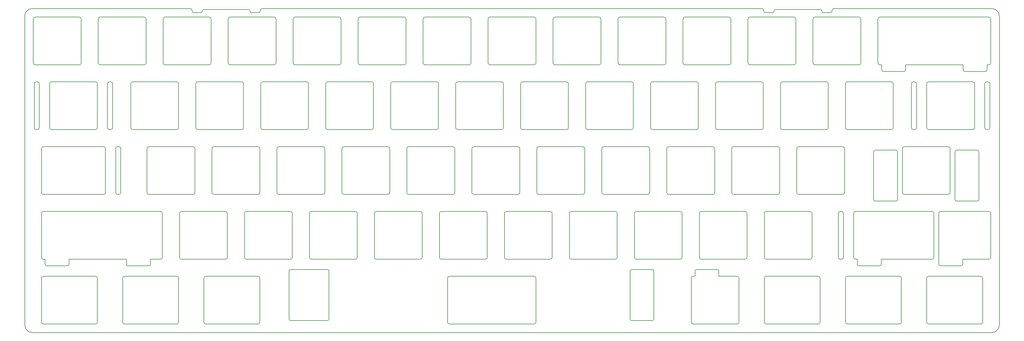
<source format=gbr>
%TF.GenerationSoftware,KiCad,Pcbnew,(5.1.11)-1*%
%TF.CreationDate,2022-09-03T23:45:10+07:00*%
%TF.ProjectId,Plate,506c6174-652e-46b6-9963-61645f706362,rev?*%
%TF.SameCoordinates,Original*%
%TF.FileFunction,Profile,NP*%
%FSLAX46Y46*%
G04 Gerber Fmt 4.6, Leading zero omitted, Abs format (unit mm)*
G04 Created by KiCad (PCBNEW (5.1.11)-1) date 2022-09-03 23:45:10*
%MOMM*%
%LPD*%
G01*
G04 APERTURE LIST*
%TA.AperFunction,Profile*%
%ADD10C,0.200000*%
%TD*%
G04 APERTURE END LIST*
D10*
X4287500Y-22075000D02*
X4287499Y-35075000D01*
X2787500Y-35075000D02*
X2787500Y-22074999D01*
X2787500Y-22075000D02*
G75*
G02*
X3287500Y-21575000I500000J0D01*
G01*
X3787500Y-35575000D02*
X3287500Y-35575000D01*
X3287500Y-35575000D02*
G75*
G02*
X2787500Y-35075000I0J500000D01*
G01*
X3787500Y-21575000D02*
G75*
G02*
X4287500Y-22075000I0J-500000D01*
G01*
X3287500Y-21575000D02*
X3787500Y-21575000D01*
X4287499Y-35074999D02*
G75*
G02*
X3787500Y-35575000I-500000J-1D01*
G01*
X1Y-2249999D02*
G75*
G02*
X2250000Y0I2249999J0D01*
G01*
X48550000Y0D02*
X2250000Y0D01*
X48550000Y1D02*
G75*
G02*
X49050000Y-499999I0J-500000D01*
G01*
X49050000Y-749999D02*
X49050000Y-499999D01*
X49550000Y-1249999D02*
G75*
G02*
X49050000Y-749999I0J500000D01*
G01*
X51550000Y-1249999D02*
X49550000Y-1249999D01*
X52050000Y-749999D02*
G75*
G02*
X51550000Y-1249999I-500000J0D01*
G01*
X52050000Y-749999D02*
G75*
G02*
X52550000Y-249999I500000J0D01*
G01*
X65550000Y-249999D02*
X52550000Y-249999D01*
X65550000Y-249999D02*
G75*
G02*
X66050000Y-749999I0J-500000D01*
G01*
X66550000Y-1249999D02*
G75*
G02*
X66050000Y-749999I0J500000D01*
G01*
X68550000Y-1249999D02*
X66550000Y-1249999D01*
X69050000Y-749999D02*
G75*
G02*
X68550000Y-1249999I-500000J0D01*
G01*
X69050000Y-499999D02*
X69050000Y-749999D01*
X69050001Y-499999D02*
G75*
G02*
X69550000Y0I499999J0D01*
G01*
X216200000Y0D02*
X69550000Y0D01*
X216200000Y1D02*
G75*
G02*
X216700000Y-499999I0J-500000D01*
G01*
X216700000Y-749999D02*
X216700000Y-499999D01*
X217200000Y-1249999D02*
G75*
G02*
X216700000Y-749999I0J500000D01*
G01*
X219200000Y-1249999D02*
X217200000Y-1249999D01*
X219700000Y-749999D02*
G75*
G02*
X219200000Y-1249999I-500000J0D01*
G01*
X219700000Y-749999D02*
G75*
G02*
X220200000Y-249999I500000J0D01*
G01*
X233200000Y-249999D02*
X220200000Y-249999D01*
X233200000Y-249999D02*
G75*
G02*
X233700000Y-749999I0J-500000D01*
G01*
X234200000Y-1249999D02*
G75*
G02*
X233700000Y-749999I0J500000D01*
G01*
X236200000Y-1249999D02*
X234200000Y-1249999D01*
X236700000Y-749999D02*
G75*
G02*
X236200000Y-1249999I-500000J0D01*
G01*
X236700000Y-499999D02*
X236700000Y-749999D01*
X236700001Y-499999D02*
G75*
G02*
X237200000Y0I499999J0D01*
G01*
X283500000Y0D02*
X237200000Y0D01*
X283500000Y1D02*
G75*
G02*
X285750000Y-2249999I0J-2250000D01*
G01*
X285750000Y-92999999D02*
X285750000Y-2249999D01*
X285750000Y-92999999D02*
G75*
G02*
X283500000Y-95249999I-2250000J0D01*
G01*
X2250000Y-95249999D02*
X283500000Y-95249999D01*
X2250000Y-95249999D02*
G75*
G02*
X0Y-92999999I0J2250000D01*
G01*
X0Y-2249999D02*
X0Y-92999999D01*
X195406250Y-79225000D02*
G75*
G02*
X195906250Y-78725000I500000J0D01*
G01*
X195406250Y-92225000D02*
X195406250Y-79225000D01*
X195906250Y-92725000D02*
G75*
G02*
X195406250Y-92225000I0J500000D01*
G01*
X208906250Y-92725000D02*
X195906250Y-92725000D01*
X209406250Y-92225000D02*
G75*
G02*
X208906250Y-92725000I-500000J0D01*
G01*
X209406250Y-79225000D02*
X209406250Y-92225000D01*
X208906250Y-78725000D02*
G75*
G02*
X209406250Y-79225000I0J-500000D01*
G01*
X203525000Y-78725000D02*
X208906250Y-78725000D01*
X203525000Y-77225000D02*
X203525000Y-78725000D01*
X203025000Y-76725000D02*
G75*
G02*
X203525000Y-77225000I0J-500000D01*
G01*
X197025000Y-76725000D02*
X203025000Y-76725000D01*
X196525000Y-77225000D02*
G75*
G02*
X197025000Y-76725000I500000J0D01*
G01*
X196525000Y-78725000D02*
X196525000Y-77225000D01*
X195906250Y-78725000D02*
X196525000Y-78725000D01*
X177968750Y-91725000D02*
G75*
G02*
X177468750Y-91225000I0J500000D01*
G01*
X183968750Y-91725000D02*
X177968750Y-91725000D01*
X184468750Y-91225000D02*
G75*
G02*
X183968750Y-91725000I-500000J0D01*
G01*
X184468750Y-77225000D02*
X184468750Y-91225000D01*
X183968750Y-76725000D02*
G75*
G02*
X184468750Y-77225000I0J-500000D01*
G01*
X177968750Y-76725000D02*
X183968750Y-76725000D01*
X177468750Y-77225000D02*
G75*
G02*
X177968750Y-76725000I500000J0D01*
G01*
X177468750Y-91225000D02*
X177468750Y-77225000D01*
X89225000Y-91225000D02*
G75*
G02*
X88725000Y-91725000I-500000J0D01*
G01*
X89225000Y-77225000D02*
X89225000Y-91225000D01*
X88725000Y-76725000D02*
G75*
G02*
X89225000Y-77225000I0J-500000D01*
G01*
X77968750Y-76725000D02*
X88725000Y-76725000D01*
X77468750Y-77225000D02*
G75*
G02*
X77968750Y-76725000I500000J0D01*
G01*
X77468750Y-91225000D02*
X77468750Y-77225000D01*
X77968750Y-91725000D02*
G75*
G02*
X77468750Y-91225000I0J500000D01*
G01*
X88725000Y-91725000D02*
X77968750Y-91725000D01*
X173975000Y-3024999D02*
G75*
G02*
X174475000Y-2524999I500000J0D01*
G01*
X173975000Y-16024999D02*
X173975000Y-3025000D01*
X174474999Y-16525000D02*
G75*
G02*
X173975000Y-16024999I1J500000D01*
G01*
X187475000Y-16525000D02*
X174475000Y-16525000D01*
X187975001Y-16024999D02*
G75*
G02*
X187475000Y-16525000I-500001J0D01*
G01*
X187975000Y-3025000D02*
X187975000Y-16024999D01*
X187475001Y-2524999D02*
G75*
G02*
X187975000Y-3025000I-1J-500000D01*
G01*
X174475000Y-2524999D02*
X187475000Y-2524999D01*
X212075000Y-3024999D02*
G75*
G02*
X212575000Y-2524999I500000J0D01*
G01*
X212075000Y-16024999D02*
X212075000Y-3025000D01*
X212574999Y-16525000D02*
G75*
G02*
X212075000Y-16024999I1J500000D01*
G01*
X225575000Y-16525000D02*
X212575000Y-16525000D01*
X226075001Y-16024999D02*
G75*
G02*
X225575000Y-16525000I-500001J0D01*
G01*
X226075000Y-3025000D02*
X226075000Y-16024999D01*
X225575001Y-2524999D02*
G75*
G02*
X226075000Y-3025000I-1J-500000D01*
G01*
X212575000Y-2524999D02*
X225575000Y-2524999D01*
X7287500Y-22075000D02*
G75*
G02*
X7787500Y-21575000I500000J0D01*
G01*
X7287500Y-35075000D02*
X7287500Y-22074999D01*
X7787500Y-35575000D02*
G75*
G02*
X7287500Y-35075000I0J500000D01*
G01*
X20787500Y-35575000D02*
X7787500Y-35575000D01*
X21287500Y-35075000D02*
G75*
G02*
X20787500Y-35575000I-500000J0D01*
G01*
X21287500Y-22075000D02*
X21287500Y-35075000D01*
X20787500Y-21575000D02*
G75*
G02*
X21287500Y-22075000I0J-500000D01*
G01*
X7787500Y-21575000D02*
X20787500Y-21575000D01*
X193025000Y-3024999D02*
G75*
G02*
X193525000Y-2524999I500000J0D01*
G01*
X193025000Y-16024999D02*
X193025000Y-3025000D01*
X193524999Y-16525000D02*
G75*
G02*
X193025000Y-16024999I1J500000D01*
G01*
X206525000Y-16525000D02*
X193525000Y-16525000D01*
X207025001Y-16024999D02*
G75*
G02*
X206525000Y-16525000I-500001J0D01*
G01*
X207025000Y-3025000D02*
X207025000Y-16024999D01*
X206525001Y-2524999D02*
G75*
G02*
X207025000Y-3025000I-1J-500000D01*
G01*
X193525000Y-2524999D02*
X206525000Y-2524999D01*
X231125000Y-3024999D02*
G75*
G02*
X231625000Y-2524999I500000J0D01*
G01*
X231125000Y-16024999D02*
X231125000Y-3025000D01*
X231624999Y-16525000D02*
G75*
G02*
X231125000Y-16024999I1J500000D01*
G01*
X244625000Y-16525000D02*
X231625000Y-16525000D01*
X245125001Y-16024999D02*
G75*
G02*
X244625000Y-16525000I-500001J0D01*
G01*
X245125000Y-3025000D02*
X245125000Y-16024999D01*
X244625001Y-2524999D02*
G75*
G02*
X245125000Y-3025000I-1J-500000D01*
G01*
X231625000Y-2524999D02*
X244625000Y-2524999D01*
X282725001Y-2524999D02*
G75*
G02*
X283225000Y-3025000I-1J-500000D01*
G01*
X250675000Y-2525000D02*
X282725000Y-2524999D01*
X250175000Y-3025000D02*
G75*
G02*
X250675000Y-2525000I500000J0D01*
G01*
X250175000Y-16024999D02*
X250175000Y-3025000D01*
X250674999Y-16525000D02*
G75*
G02*
X250175000Y-16024999I1J500000D01*
G01*
X251262000Y-16524999D02*
X250675000Y-16525000D01*
X251262000Y-18025000D02*
X251262000Y-16524999D01*
X251762000Y-18525000D02*
G75*
G02*
X251262000Y-18025000I0J500000D01*
G01*
X257762000Y-18525000D02*
X251762000Y-18525000D01*
X258262000Y-18025000D02*
G75*
G02*
X257762000Y-18525000I-500000J0D01*
G01*
X258262000Y-16524999D02*
X258262000Y-18025000D01*
X275138000Y-16524999D02*
X258262000Y-16524999D01*
X275138000Y-18025000D02*
X275138000Y-16524999D01*
X275638001Y-18524999D02*
G75*
G02*
X275138000Y-18025000I-1J500000D01*
G01*
X281638000Y-18525000D02*
X275638000Y-18525000D01*
X282138000Y-18025000D02*
G75*
G02*
X281638000Y-18525000I-500000J0D01*
G01*
X282138000Y-16524999D02*
X282138000Y-18025000D01*
X282725000Y-16525000D02*
X282138000Y-16524999D01*
X283225001Y-16024999D02*
G75*
G02*
X282725000Y-16525000I-500001J0D01*
G01*
X283225000Y-3025000D02*
X283225000Y-16024999D01*
X154925000Y-3024999D02*
G75*
G02*
X155425000Y-2524999I500000J0D01*
G01*
X154925000Y-16024999D02*
X154925000Y-3025000D01*
X155424999Y-16525000D02*
G75*
G02*
X154925000Y-16024999I1J500000D01*
G01*
X168425000Y-16525000D02*
X155425000Y-16525000D01*
X168925001Y-16024999D02*
G75*
G02*
X168425000Y-16525000I-500001J0D01*
G01*
X168925000Y-3025000D02*
X168925000Y-16024999D01*
X168425001Y-2524999D02*
G75*
G02*
X168925000Y-3025000I-1J-500000D01*
G01*
X155425000Y-2524999D02*
X168425000Y-2524999D01*
X135875000Y-3024999D02*
G75*
G02*
X136375000Y-2524999I500000J0D01*
G01*
X135875000Y-16024999D02*
X135875000Y-3025000D01*
X136374999Y-16525000D02*
G75*
G02*
X135875000Y-16024999I1J500000D01*
G01*
X149375000Y-16525000D02*
X136375000Y-16525000D01*
X149875001Y-16024999D02*
G75*
G02*
X149375000Y-16525000I-500001J0D01*
G01*
X149875000Y-3025000D02*
X149875000Y-16024999D01*
X149375001Y-2524999D02*
G75*
G02*
X149875000Y-3025000I-1J-500000D01*
G01*
X136375000Y-2524999D02*
X149375000Y-2524999D01*
X116825000Y-3024999D02*
G75*
G02*
X117325000Y-2524999I500000J0D01*
G01*
X116825000Y-16024999D02*
X116825000Y-3025000D01*
X117324999Y-16525000D02*
G75*
G02*
X116825000Y-16024999I1J500000D01*
G01*
X130324999Y-16525000D02*
X117325000Y-16525000D01*
X130825000Y-16024999D02*
G75*
G02*
X130324999Y-16525000I-500001J0D01*
G01*
X130824999Y-3025000D02*
X130824999Y-16024999D01*
X130325000Y-2524999D02*
G75*
G02*
X130824999Y-3025000I-1J-500000D01*
G01*
X117325000Y-2524999D02*
X130324999Y-2524999D01*
X97775000Y-3024999D02*
G75*
G02*
X98275000Y-2524999I500000J0D01*
G01*
X97775000Y-16024999D02*
X97775000Y-3025000D01*
X98274999Y-16525000D02*
G75*
G02*
X97775000Y-16024999I1J500000D01*
G01*
X111275000Y-16525000D02*
X98275000Y-16525000D01*
X111775001Y-16024999D02*
G75*
G02*
X111275000Y-16525000I-500001J0D01*
G01*
X111775000Y-3025000D02*
X111775000Y-16024999D01*
X111275000Y-2525000D02*
G75*
G02*
X111775000Y-3025000I0J-500000D01*
G01*
X98275000Y-2524999D02*
X111275000Y-2524999D01*
X40624999Y-3025000D02*
G75*
G02*
X41125000Y-2524999I500001J0D01*
G01*
X40625000Y-16024999D02*
X40624999Y-3025000D01*
X41125000Y-16524999D02*
G75*
G02*
X40625000Y-16024999I0J500000D01*
G01*
X54125000Y-16525000D02*
X41125000Y-16524999D01*
X54625000Y-16025000D02*
G75*
G02*
X54125000Y-16525000I-500000J0D01*
G01*
X54625000Y-3025000D02*
X54625000Y-16024999D01*
X54125001Y-2524999D02*
G75*
G02*
X54625000Y-3025000I-1J-500000D01*
G01*
X41125000Y-2524999D02*
X54125000Y-2525000D01*
X78725000Y-3024999D02*
G75*
G02*
X79225000Y-2524999I500000J0D01*
G01*
X78725000Y-16024999D02*
X78725000Y-3025000D01*
X79225000Y-16524999D02*
G75*
G02*
X78725000Y-16024999I0J500000D01*
G01*
X92225000Y-16525000D02*
X79225000Y-16524999D01*
X92725001Y-16024999D02*
G75*
G02*
X92225000Y-16525000I-500001J0D01*
G01*
X92725000Y-3025000D02*
X92725000Y-16024999D01*
X92225000Y-2525000D02*
G75*
G02*
X92725000Y-3025000I0J-500000D01*
G01*
X79225000Y-2524999D02*
X92225000Y-2524999D01*
X59675000Y-3024999D02*
G75*
G02*
X60175000Y-2524999I500000J0D01*
G01*
X59675000Y-16024999D02*
X59675000Y-3025000D01*
X60174999Y-16525000D02*
G75*
G02*
X59675000Y-16024999I1J500000D01*
G01*
X73175000Y-16525000D02*
X60175000Y-16524999D01*
X73675001Y-16024999D02*
G75*
G02*
X73175000Y-16525000I-500001J0D01*
G01*
X73675000Y-3025000D02*
X73675000Y-16024999D01*
X73175000Y-2525000D02*
G75*
G02*
X73675000Y-3025000I0J-500000D01*
G01*
X60175000Y-2524999D02*
X73175000Y-2525000D01*
X21575000Y-3024999D02*
G75*
G02*
X22075000Y-2524999I500000J0D01*
G01*
X21575000Y-16024999D02*
X21574999Y-3025000D01*
X22075000Y-16524999D02*
G75*
G02*
X21575000Y-16024999I0J500000D01*
G01*
X35075000Y-16525000D02*
X22075000Y-16524999D01*
X35575001Y-16024999D02*
G75*
G02*
X35075000Y-16525000I-500001J0D01*
G01*
X35575000Y-3025000D02*
X35575000Y-16024999D01*
X35075000Y-2525000D02*
G75*
G02*
X35575000Y-3025000I0J-500000D01*
G01*
X22075000Y-2524999D02*
X35075000Y-2525000D01*
X102537500Y-60175000D02*
G75*
G02*
X103037500Y-59675000I500000J0D01*
G01*
X102537500Y-73175000D02*
X102537500Y-60175000D01*
X103037500Y-73675000D02*
G75*
G02*
X102537500Y-73175000I0J500000D01*
G01*
X116037500Y-73675000D02*
X103037500Y-73675000D01*
X116537500Y-73175000D02*
G75*
G02*
X116037500Y-73675000I-500000J0D01*
G01*
X116537500Y-60175000D02*
X116537500Y-73175000D01*
X116037500Y-59675000D02*
G75*
G02*
X116537500Y-60175000I0J-500000D01*
G01*
X103037500Y-59675000D02*
X116037500Y-59675000D01*
X2524999Y-3025000D02*
G75*
G02*
X3025000Y-2524999I500001J0D01*
G01*
X2525000Y-16024999D02*
X2524999Y-3025000D01*
X3025000Y-16524999D02*
G75*
G02*
X2525000Y-16024999I0J500000D01*
G01*
X16024999Y-16525000D02*
X3025000Y-16525000D01*
X16525000Y-16024999D02*
G75*
G02*
X16024999Y-16525000I-500001J0D01*
G01*
X16525000Y-3025000D02*
X16525000Y-16024999D01*
X16024999Y-2524999D02*
G75*
G02*
X16525000Y-3025000I0J-500001D01*
G01*
X3025000Y-2524999D02*
X16024999Y-2524999D01*
X178737500Y-60175000D02*
G75*
G02*
X179237500Y-59675000I500000J0D01*
G01*
X178737500Y-73175000D02*
X178737500Y-60175000D01*
X179237500Y-73675000D02*
G75*
G02*
X178737500Y-73175000I0J500000D01*
G01*
X192237500Y-73675000D02*
X179237500Y-73675000D01*
X192737501Y-73174999D02*
G75*
G02*
X192237500Y-73675000I-500001J0D01*
G01*
X192737500Y-60175000D02*
X192737500Y-73175000D01*
X192237500Y-59675000D02*
G75*
G02*
X192737500Y-60175000I0J-500000D01*
G01*
X179237500Y-59675000D02*
X192237500Y-59675000D01*
X64437500Y-60175000D02*
G75*
G02*
X64937500Y-59675000I500000J0D01*
G01*
X64437500Y-73175000D02*
X64437500Y-60175000D01*
X64937500Y-73675000D02*
G75*
G02*
X64437500Y-73175000I0J500000D01*
G01*
X77937500Y-73675000D02*
X64937500Y-73675000D01*
X78437500Y-73175000D02*
G75*
G02*
X77937500Y-73675000I-500000J0D01*
G01*
X78437500Y-60175000D02*
X78437500Y-73175000D01*
X77937500Y-59675000D02*
G75*
G02*
X78437500Y-60175000I0J-500000D01*
G01*
X64937500Y-59675000D02*
X77937500Y-59675000D01*
X140637500Y-60175000D02*
G75*
G02*
X141137500Y-59675000I500000J0D01*
G01*
X140637500Y-73175000D02*
X140637500Y-60175000D01*
X141137500Y-73675000D02*
G75*
G02*
X140637500Y-73175000I0J500000D01*
G01*
X154137500Y-73675000D02*
X141137500Y-73675000D01*
X154637501Y-73174999D02*
G75*
G02*
X154137500Y-73675000I-500001J0D01*
G01*
X154637500Y-60175000D02*
X154637500Y-73175000D01*
X154137500Y-59675000D02*
G75*
G02*
X154637500Y-60175000I0J-500000D01*
G01*
X141137500Y-59675000D02*
X154137500Y-59675000D01*
X58887500Y-59675000D02*
G75*
G02*
X59387500Y-60175000I0J-500000D01*
G01*
X45887500Y-59675000D02*
X58887500Y-59675000D01*
X45387500Y-60175000D02*
G75*
G02*
X45887500Y-59675000I500000J0D01*
G01*
X45387500Y-73175000D02*
X45387500Y-60175000D01*
X45887500Y-73675000D02*
G75*
G02*
X45387500Y-73175000I0J500000D01*
G01*
X58887500Y-73675000D02*
X45887500Y-73675000D01*
X59387500Y-73175000D02*
G75*
G02*
X58887500Y-73675000I-500000J0D01*
G01*
X59387500Y-60175000D02*
X59387500Y-73175000D01*
X159687500Y-60175000D02*
G75*
G02*
X160187500Y-59675000I500000J0D01*
G01*
X159687500Y-73175000D02*
X159687500Y-60175000D01*
X160187500Y-73675000D02*
G75*
G02*
X159687500Y-73175000I0J500000D01*
G01*
X173187500Y-73675000D02*
X160187500Y-73675000D01*
X173687501Y-73174999D02*
G75*
G02*
X173187500Y-73675000I-500001J0D01*
G01*
X173687500Y-60175000D02*
X173687500Y-73175000D01*
X173187500Y-59675000D02*
G75*
G02*
X173687500Y-60175000I0J-500000D01*
G01*
X160187500Y-59675000D02*
X173187500Y-59675000D01*
X121587500Y-60175000D02*
G75*
G02*
X122087500Y-59675000I500000J0D01*
G01*
X121587500Y-73175000D02*
X121587500Y-60175000D01*
X122087500Y-73675000D02*
G75*
G02*
X121587500Y-73175000I0J500000D01*
G01*
X135087500Y-73675000D02*
X122087500Y-73675000D01*
X135587500Y-73175000D02*
G75*
G02*
X135087500Y-73675000I-500000J0D01*
G01*
X135587500Y-60175000D02*
X135587500Y-73175000D01*
X135087500Y-59675000D02*
G75*
G02*
X135587500Y-60175000I0J-500000D01*
G01*
X122087500Y-59675000D02*
X135087500Y-59675000D01*
X197787500Y-60175000D02*
G75*
G02*
X198287500Y-59675000I500000J0D01*
G01*
X197787500Y-73175000D02*
X197787500Y-60175000D01*
X198287500Y-73675000D02*
G75*
G02*
X197787500Y-73175000I0J500000D01*
G01*
X211287500Y-73675000D02*
X198287500Y-73675000D01*
X211787501Y-73174999D02*
G75*
G02*
X211287500Y-73675000I-500001J0D01*
G01*
X211787500Y-60175000D02*
X211787500Y-73175000D01*
X211287500Y-59675000D02*
G75*
G02*
X211787500Y-60175000I0J-500000D01*
G01*
X198287500Y-59675000D02*
X211287500Y-59675000D01*
X83487499Y-60174999D02*
G75*
G02*
X83987500Y-59675000I500000J-1D01*
G01*
X83487499Y-73175000D02*
X83487499Y-60175000D01*
X83987500Y-73675001D02*
G75*
G02*
X83487499Y-73175000I0J500001D01*
G01*
X96987500Y-73675000D02*
X83987500Y-73675000D01*
X97487500Y-73175000D02*
G75*
G02*
X96987500Y-73675000I-500000J0D01*
G01*
X97487500Y-60175000D02*
X97487500Y-73175000D01*
X96987500Y-59675000D02*
G75*
G02*
X97487500Y-60175000I0J-500000D01*
G01*
X83987500Y-59675000D02*
X96987500Y-59675000D01*
X216837500Y-60175000D02*
G75*
G02*
X217337500Y-59675000I500000J0D01*
G01*
X216837500Y-73175000D02*
X216837500Y-60175000D01*
X217337500Y-73675000D02*
G75*
G02*
X216837500Y-73175000I0J500000D01*
G01*
X230337500Y-73675000D02*
X217337500Y-73675000D01*
X230837501Y-73174999D02*
G75*
G02*
X230337500Y-73675000I-500001J0D01*
G01*
X230837500Y-60175000D02*
X230837500Y-73175000D01*
X230337500Y-59675000D02*
G75*
G02*
X230837500Y-60175000I0J-500000D01*
G01*
X217337500Y-59675000D02*
X230337500Y-59675000D01*
X280843750Y-92225000D02*
G75*
G02*
X280343750Y-92725000I-500000J0D01*
G01*
X280843750Y-79225000D02*
X280843750Y-92225000D01*
X280343750Y-78725000D02*
G75*
G02*
X280843750Y-79225000I0J-500000D01*
G01*
X264962499Y-78725000D02*
X280343750Y-78725000D01*
X264462499Y-79225000D02*
G75*
G02*
X264962499Y-78725000I500000J0D01*
G01*
X264462499Y-92225000D02*
X264462499Y-79225000D01*
X264962499Y-92725000D02*
G75*
G02*
X264462499Y-92225000I0J500000D01*
G01*
X280343750Y-92725000D02*
X264962499Y-92725000D01*
X149375000Y-78725000D02*
G75*
G02*
X149875000Y-79225000I0J-500000D01*
G01*
X124468750Y-78725000D02*
X149375000Y-78725000D01*
X123968750Y-79225000D02*
G75*
G02*
X124468750Y-78725000I500000J0D01*
G01*
X123968750Y-92225000D02*
X123968750Y-79225000D01*
X124468750Y-92725000D02*
G75*
G02*
X123968750Y-92225000I0J500000D01*
G01*
X149375000Y-92725000D02*
X124468750Y-92725000D01*
X149875000Y-92225000D02*
G75*
G02*
X149375000Y-92725000I-500000J0D01*
G01*
X149875000Y-79225000D02*
X149875000Y-92225000D01*
X256531250Y-78725000D02*
G75*
G02*
X257031250Y-79225000I0J-500000D01*
G01*
X241150000Y-78725000D02*
X256531250Y-78725000D01*
X240650000Y-79225000D02*
G75*
G02*
X241150000Y-78725000I500000J0D01*
G01*
X240650000Y-92225000D02*
X240650000Y-79225000D01*
X241150001Y-92724999D02*
G75*
G02*
X240650000Y-92225000I-1J500000D01*
G01*
X256531250Y-92725000D02*
X241150000Y-92725000D01*
X257031251Y-92224999D02*
G75*
G02*
X256531250Y-92725000I-500001J0D01*
G01*
X257031250Y-79225000D02*
X257031250Y-92225000D01*
X232718750Y-78725000D02*
G75*
G02*
X233218750Y-79225000I0J-500000D01*
G01*
X217337500Y-78725000D02*
X232718750Y-78725000D01*
X216837500Y-79225000D02*
G75*
G02*
X217337500Y-78725000I500000J0D01*
G01*
X216837500Y-92225000D02*
X216837500Y-79225000D01*
X217337500Y-92725000D02*
G75*
G02*
X216837500Y-92225000I0J500000D01*
G01*
X232718750Y-92725000D02*
X217337500Y-92725000D01*
X233218751Y-92224999D02*
G75*
G02*
X232718750Y-92725000I-500001J0D01*
G01*
X233218750Y-79225000D02*
X233218750Y-92225000D01*
X28718750Y-79225000D02*
G75*
G02*
X29218750Y-78725000I500000J0D01*
G01*
X28718750Y-92225000D02*
X28718750Y-79225000D01*
X29218750Y-92725000D02*
G75*
G02*
X28718750Y-92225000I0J500000D01*
G01*
X44600000Y-92725000D02*
X29218750Y-92725000D01*
X45100000Y-92225000D02*
G75*
G02*
X44600000Y-92725000I-500000J0D01*
G01*
X45099999Y-79225000D02*
X45100000Y-92225000D01*
X44599999Y-78725000D02*
G75*
G02*
X45099999Y-79225000I0J-500000D01*
G01*
X29218750Y-78725000D02*
X44600000Y-78725000D01*
X4906250Y-79225000D02*
G75*
G02*
X5406250Y-78725000I500000J0D01*
G01*
X4906250Y-92225000D02*
X4906250Y-79225000D01*
X5406250Y-92725000D02*
G75*
G02*
X4906250Y-92225000I0J500000D01*
G01*
X20787500Y-92725000D02*
X5406249Y-92725000D01*
X21287499Y-92224999D02*
G75*
G02*
X20787500Y-92725000I-500000J-1D01*
G01*
X21287500Y-79225000D02*
X21287500Y-92225000D01*
X20787500Y-78725000D02*
G75*
G02*
X21287500Y-79225000I0J-500000D01*
G01*
X5406250Y-78725000D02*
X20787500Y-78725000D01*
X52531250Y-79225000D02*
G75*
G02*
X53031250Y-78725000I500000J0D01*
G01*
X52531250Y-92225000D02*
X52531250Y-79225000D01*
X53031250Y-92725000D02*
G75*
G02*
X52531250Y-92225000I0J500000D01*
G01*
X68412500Y-92725000D02*
X53031250Y-92725000D01*
X68912500Y-92224998D02*
G75*
G02*
X68412500Y-92725000I-500001J-1D01*
G01*
X68912500Y-79225000D02*
X68912500Y-92225000D01*
X68412500Y-78725000D02*
G75*
G02*
X68912500Y-79225000I0J-500000D01*
G01*
X53031250Y-78725000D02*
X68412500Y-78725000D01*
X267994250Y-60066129D02*
X267994250Y-73044085D01*
X267994251Y-60066129D02*
G75*
G02*
X268482742Y-59675000I488002J-108870D01*
G01*
X282725000Y-59675000D02*
X268482742Y-59675000D01*
X282725000Y-59675000D02*
G75*
G02*
X283225000Y-60175000I0J-500000D01*
G01*
X283225000Y-73175000D02*
X283225000Y-60175000D01*
X283225000Y-73175000D02*
G75*
G02*
X282725000Y-73675000I-500000J0D01*
G01*
X274994250Y-73675000D02*
X282725000Y-73675000D01*
X274994250Y-75175000D02*
X274994250Y-73675000D01*
X274994250Y-75175000D02*
G75*
G02*
X274494250Y-75675000I-500000J0D01*
G01*
X268494250Y-75675000D02*
X274494250Y-75675000D01*
X268494250Y-75675000D02*
G75*
G02*
X267994250Y-75175000I0J500000D01*
G01*
X267994250Y-73305914D02*
X267994250Y-75175000D01*
X267994250Y-73305913D02*
G75*
G02*
X267994250Y-73044085I482557J130913D01*
G01*
X243031250Y-60175000D02*
G75*
G02*
X243531250Y-59675000I500000J0D01*
G01*
X243031250Y-73175000D02*
X243031250Y-60175000D01*
X243531250Y-73675000D02*
G75*
G02*
X243031250Y-73175000I0J500000D01*
G01*
X244118250Y-73675000D02*
X243531250Y-73675000D01*
X244118250Y-75175000D02*
X244118250Y-73675000D01*
X244618250Y-75675000D02*
G75*
G02*
X244118250Y-75175000I0J500000D01*
G01*
X250618250Y-75675000D02*
X244618250Y-75675000D01*
X251118250Y-75175000D02*
G75*
G02*
X250618250Y-75675000I-500000J0D01*
G01*
X251118250Y-73675000D02*
X251118250Y-75175000D01*
X266056249Y-73675000D02*
X251118250Y-73675000D01*
X266556249Y-73175000D02*
G75*
G02*
X266056249Y-73675000I-500000J0D01*
G01*
X266556249Y-60175000D02*
X266556249Y-73175000D01*
X266056249Y-59675000D02*
G75*
G02*
X266556249Y-60175000I0J-500000D01*
G01*
X243531250Y-59675000D02*
X266056249Y-59675000D01*
X238531250Y-60175000D02*
G75*
G02*
X239031250Y-59675000I500000J0D01*
G01*
X238531250Y-73175000D02*
X238531250Y-60175000D01*
X239031250Y-73675000D02*
G75*
G02*
X238531250Y-73175000I0J500000D01*
G01*
X239531250Y-73675000D02*
X239031250Y-73675000D01*
X240031250Y-73175000D02*
G75*
G02*
X239531250Y-73675000I-500000J0D01*
G01*
X240031250Y-60175000D02*
X240031250Y-73175000D01*
X239531250Y-59675000D02*
G75*
G02*
X240031250Y-60175000I0J-500000D01*
G01*
X239031250Y-59675000D02*
X239531250Y-59675000D01*
X40337499Y-73174999D02*
G75*
G02*
X39837500Y-73675000I-500000J-1D01*
G01*
X40337500Y-60175000D02*
X40337499Y-73175000D01*
X39837500Y-59675000D02*
G75*
G02*
X40337500Y-60175000I0J-500000D01*
G01*
X5406250Y-59675000D02*
X39837500Y-59675000D01*
X4906249Y-60174999D02*
G75*
G02*
X5406250Y-59675000I500000J-1D01*
G01*
X4906250Y-73175000D02*
X4906250Y-60175000D01*
X5406250Y-73675000D02*
G75*
G02*
X4906250Y-73175000I0J500000D01*
G01*
X5993250Y-73675000D02*
X5406250Y-73675000D01*
X5993250Y-75175000D02*
X5993250Y-73675000D01*
X6493250Y-75675000D02*
G75*
G02*
X5993250Y-75175000I0J500000D01*
G01*
X12493250Y-75675000D02*
X6493250Y-75675000D01*
X12993250Y-75175000D02*
G75*
G02*
X12493250Y-75675000I-500000J0D01*
G01*
X12993250Y-73675000D02*
X12993249Y-75175000D01*
X29869250Y-73675000D02*
X12993250Y-73675000D01*
X29869250Y-75175000D02*
X29869250Y-73675000D01*
X30369250Y-75675000D02*
G75*
G02*
X29869250Y-75175000I0J500000D01*
G01*
X36369250Y-75675000D02*
X30369250Y-75675000D01*
X36869250Y-75175000D02*
G75*
G02*
X36369250Y-75675000I-500000J0D01*
G01*
X36869250Y-73675000D02*
X36869250Y-75175000D01*
X39837500Y-73675000D02*
X36869250Y-73675000D01*
X272756750Y-42125000D02*
G75*
G02*
X273256750Y-41625000I500000J0D01*
G01*
X272756750Y-56125000D02*
X272756750Y-42125000D01*
X273256750Y-56625000D02*
G75*
G02*
X272756750Y-56125000I0J500000D01*
G01*
X279256750Y-56625000D02*
X273256750Y-56625000D01*
X279756750Y-56125000D02*
G75*
G02*
X279256750Y-56625000I-500000J0D01*
G01*
X279756750Y-42125000D02*
X279756750Y-56125000D01*
X279256750Y-41625000D02*
G75*
G02*
X279756750Y-42125000I0J-500000D01*
G01*
X273256750Y-41625000D02*
X279256750Y-41625000D01*
X182712500Y-40625000D02*
X169712500Y-40625000D01*
X182712500Y-40625000D02*
G75*
G02*
X183212500Y-41125000I0J-500000D01*
G01*
X183212500Y-54125000D02*
X183212500Y-41125000D01*
X183212500Y-54125000D02*
G75*
G02*
X182712500Y-54625000I-500000J0D01*
G01*
X169712500Y-54625000D02*
X182712500Y-54625000D01*
X169712500Y-54625000D02*
G75*
G02*
X169212500Y-54125000I0J500000D01*
G01*
X169212500Y-41125000D02*
X169212500Y-54125000D01*
X169212500Y-41125000D02*
G75*
G02*
X169712500Y-40625000I500000J0D01*
G01*
X163662500Y-40625000D02*
G75*
G02*
X164162500Y-41125000I0J-500000D01*
G01*
X150662500Y-40625000D02*
X163662500Y-40624999D01*
X150162500Y-41125000D02*
G75*
G02*
X150662500Y-40625000I500000J0D01*
G01*
X150162500Y-54125000D02*
X150162500Y-41125000D01*
X150662500Y-54625000D02*
G75*
G02*
X150162500Y-54125000I0J500000D01*
G01*
X163662500Y-54625000D02*
X150662500Y-54625000D01*
X164162500Y-54125000D02*
G75*
G02*
X163662500Y-54625000I-500000J0D01*
G01*
X164162500Y-41125000D02*
X164162500Y-54125000D01*
X255380750Y-41625000D02*
G75*
G02*
X255880750Y-42125000I0J-500000D01*
G01*
X249380750Y-41625000D02*
X255380750Y-41625000D01*
X248880750Y-42125000D02*
G75*
G02*
X249380750Y-41625000I500000J0D01*
G01*
X248880750Y-56125000D02*
X248880750Y-42125000D01*
X249380750Y-56625000D02*
G75*
G02*
X248880750Y-56125000I0J500000D01*
G01*
X255380750Y-56625000D02*
X249380750Y-56625000D01*
X255880750Y-56125000D02*
G75*
G02*
X255380750Y-56625000I-500000J0D01*
G01*
X255880750Y-42125000D02*
X255880750Y-56125000D01*
X201762500Y-40625000D02*
G75*
G02*
X202262500Y-41125000I0J-500000D01*
G01*
X188762500Y-40625000D02*
X201762500Y-40624999D01*
X188262500Y-41125000D02*
G75*
G02*
X188762500Y-40625000I500000J0D01*
G01*
X188262500Y-54125000D02*
X188262500Y-41125000D01*
X188762500Y-54625000D02*
G75*
G02*
X188262500Y-54125000I0J500000D01*
G01*
X201762500Y-54625000D02*
X188762500Y-54625000D01*
X202262500Y-54125000D02*
G75*
G02*
X201762500Y-54625000I-500000J0D01*
G01*
X202262500Y-41125000D02*
X202262500Y-54125000D01*
X207312500Y-41125000D02*
G75*
G02*
X207812500Y-40625000I500000J0D01*
G01*
X207312500Y-54125000D02*
X207312500Y-41125000D01*
X207812500Y-54625000D02*
G75*
G02*
X207312500Y-54125000I0J500000D01*
G01*
X220812500Y-54625000D02*
X207812500Y-54625000D01*
X221312500Y-54125000D02*
G75*
G02*
X220812500Y-54625000I-500000J0D01*
G01*
X221312500Y-41125000D02*
X221312500Y-54125000D01*
X220812500Y-40625000D02*
G75*
G02*
X221312500Y-41125000I0J-500000D01*
G01*
X207812500Y-40625000D02*
X220812500Y-40624999D01*
X239862500Y-40625000D02*
X226862500Y-40625000D01*
X239862500Y-40625000D02*
G75*
G02*
X240362500Y-41125000I0J-500000D01*
G01*
X240362500Y-54125000D02*
X240362500Y-41125000D01*
X240362500Y-54125000D02*
G75*
G02*
X239862500Y-54625000I-500000J0D01*
G01*
X226862500Y-54625000D02*
X239862500Y-54625000D01*
X226862500Y-54625000D02*
G75*
G02*
X226362500Y-54125000I0J500000D01*
G01*
X226362500Y-41125000D02*
X226362500Y-54125000D01*
X226362500Y-41125000D02*
G75*
G02*
X226862500Y-40625000I500000J0D01*
G01*
X257318750Y-41125000D02*
G75*
G02*
X257818750Y-40625000I500000J0D01*
G01*
X257318750Y-54125000D02*
X257318750Y-41125000D01*
X257818750Y-54625000D02*
G75*
G02*
X257318750Y-54125000I0J500000D01*
G01*
X270818750Y-54625000D02*
X257818750Y-54625000D01*
X271318750Y-54125000D02*
G75*
G02*
X270818750Y-54625000I-500000J0D01*
G01*
X271318750Y-41125000D02*
X271318750Y-54125000D01*
X270818750Y-40625000D02*
G75*
G02*
X271318750Y-41125000I0J-500000D01*
G01*
X257818750Y-40625000D02*
X270818750Y-40624999D01*
X131112500Y-41125000D02*
G75*
G02*
X131612500Y-40625000I500000J0D01*
G01*
X131112500Y-54125000D02*
X131112500Y-41125000D01*
X131612500Y-54625000D02*
G75*
G02*
X131112500Y-54125000I0J500000D01*
G01*
X144612500Y-54625000D02*
X131612500Y-54625000D01*
X145112500Y-54125000D02*
G75*
G02*
X144612500Y-54625000I-500000J0D01*
G01*
X145112500Y-41125000D02*
X145112500Y-54125000D01*
X144612500Y-40625000D02*
G75*
G02*
X145112500Y-41125000I0J-500000D01*
G01*
X131612500Y-40625000D02*
X144612500Y-40624999D01*
X49362500Y-40625000D02*
G75*
G02*
X49862500Y-41125000I0J-500000D01*
G01*
X36362500Y-40625000D02*
X49362500Y-40625000D01*
X35862500Y-41125000D02*
G75*
G02*
X36362500Y-40625000I500000J0D01*
G01*
X35862500Y-54125000D02*
X35862500Y-41125000D01*
X36362500Y-54625000D02*
G75*
G02*
X35862500Y-54125000I0J500000D01*
G01*
X49362500Y-54625000D02*
X36362500Y-54625000D01*
X49862500Y-54125000D02*
G75*
G02*
X49362500Y-54625000I-500000J0D01*
G01*
X49862500Y-41125000D02*
X49862500Y-54125000D01*
X26668750Y-41125000D02*
G75*
G02*
X27168750Y-40625000I500000J0D01*
G01*
X26668750Y-54125000D02*
X26668750Y-41125000D01*
X27168750Y-54625000D02*
G75*
G02*
X26668750Y-54125000I0J500000D01*
G01*
X27668750Y-54625000D02*
X27168750Y-54625000D01*
X28168750Y-54125000D02*
G75*
G02*
X27668750Y-54625000I-500000J0D01*
G01*
X28168750Y-41125000D02*
X28168750Y-54125000D01*
X27668750Y-40625000D02*
G75*
G02*
X28168750Y-41125000I0J-500000D01*
G01*
X27168750Y-40625000D02*
X27668750Y-40625000D01*
X4906250Y-41125000D02*
G75*
G02*
X5406250Y-40625000I500000J0D01*
G01*
X4906250Y-54125000D02*
X4906250Y-41125000D01*
X5406249Y-54624999D02*
G75*
G02*
X4906250Y-54125000I0J499999D01*
G01*
X23168750Y-54625000D02*
X5406249Y-54624999D01*
X23668750Y-54125000D02*
G75*
G02*
X23168750Y-54625000I-500000J0D01*
G01*
X23668750Y-41125000D02*
X23668750Y-54125000D01*
X23168750Y-40625000D02*
G75*
G02*
X23668750Y-41125000I0J-500000D01*
G01*
X5406250Y-40625000D02*
X23168750Y-40625000D01*
X93012499Y-41124999D02*
G75*
G02*
X93512500Y-40625000I500000J-1D01*
G01*
X93012499Y-54125000D02*
X93012499Y-41125000D01*
X93512499Y-54625000D02*
G75*
G02*
X93012499Y-54125000I0J500000D01*
G01*
X106512500Y-54625000D02*
X93512500Y-54625000D01*
X107012500Y-54125000D02*
G75*
G02*
X106512500Y-54625000I-500000J0D01*
G01*
X107012500Y-41125000D02*
X107012500Y-54125000D01*
X106512500Y-40625000D02*
G75*
G02*
X107012500Y-41125000I0J-500000D01*
G01*
X93512500Y-40625000D02*
X106512500Y-40624999D01*
X54912500Y-41125000D02*
G75*
G02*
X55412500Y-40625000I500000J0D01*
G01*
X54912500Y-54125000D02*
X54912500Y-41125000D01*
X55412500Y-54625000D02*
G75*
G02*
X54912500Y-54125000I0J500000D01*
G01*
X68412500Y-54625000D02*
X55412500Y-54625000D01*
X68912500Y-54125000D02*
G75*
G02*
X68412500Y-54625000I-500000J0D01*
G01*
X68912500Y-41125000D02*
X68912500Y-54125000D01*
X68412500Y-40625000D02*
G75*
G02*
X68912500Y-41125000I0J-500000D01*
G01*
X55412500Y-40625000D02*
X68412500Y-40625000D01*
X73962500Y-41125000D02*
G75*
G02*
X74462500Y-40625000I500000J0D01*
G01*
X73962500Y-54125000D02*
X73962500Y-41125000D01*
X74462500Y-54625000D02*
G75*
G02*
X73962500Y-54125000I0J500000D01*
G01*
X87462500Y-54625000D02*
X74462500Y-54625000D01*
X87962500Y-54125000D02*
G75*
G02*
X87462500Y-54625000I-500000J0D01*
G01*
X87962500Y-41125000D02*
X87962500Y-54125000D01*
X87462500Y-40625000D02*
G75*
G02*
X87962500Y-41125000I0J-500000D01*
G01*
X74462500Y-40625000D02*
X87462500Y-40624999D01*
X112062500Y-41125000D02*
G75*
G02*
X112562500Y-40625000I500000J0D01*
G01*
X112062500Y-54125000D02*
X112062500Y-41125000D01*
X112562500Y-54625000D02*
G75*
G02*
X112062500Y-54125000I0J500000D01*
G01*
X125562500Y-54625000D02*
X112562500Y-54625000D01*
X126062500Y-54125000D02*
G75*
G02*
X125562500Y-54625000I-500000J0D01*
G01*
X126062500Y-41125000D02*
X126062500Y-54125000D01*
X125562500Y-40625000D02*
G75*
G02*
X126062500Y-41125000I0J-500000D01*
G01*
X112562500Y-40625000D02*
X125562500Y-40624999D01*
X282462499Y-21575000D02*
G75*
G02*
X282962500Y-22074999I1J-500000D01*
G01*
X281962500Y-21575000D02*
X282462500Y-21574999D01*
X281462500Y-22075000D02*
G75*
G02*
X281962500Y-21575000I500000J0D01*
G01*
X281462500Y-35075000D02*
X281462500Y-22074999D01*
X281962500Y-35575000D02*
G75*
G02*
X281462500Y-35075000I0J500000D01*
G01*
X282462500Y-35575000D02*
X281962500Y-35575000D01*
X282962500Y-35075000D02*
G75*
G02*
X282462500Y-35575000I-500000J0D01*
G01*
X282962500Y-22074999D02*
X282962500Y-35075000D01*
X264462499Y-22075000D02*
G75*
G02*
X264962499Y-21575000I500000J0D01*
G01*
X264462499Y-35075000D02*
X264462499Y-22074999D01*
X264962499Y-35575000D02*
G75*
G02*
X264462499Y-35075000I0J500000D01*
G01*
X277962500Y-35575000D02*
X264962499Y-35575000D01*
X278462501Y-35074999D02*
G75*
G02*
X277962500Y-35575000I-500001J0D01*
G01*
X278462500Y-22075000D02*
X278462500Y-35075000D01*
X277962500Y-21575000D02*
G75*
G02*
X278462500Y-22075000I0J-500000D01*
G01*
X264962499Y-21575000D02*
X277962500Y-21574999D01*
X240650000Y-22075000D02*
G75*
G02*
X241150000Y-21575000I500000J0D01*
G01*
X240650000Y-35075000D02*
X240650000Y-22074999D01*
X241150001Y-35574999D02*
G75*
G02*
X240650000Y-35075000I-1J500000D01*
G01*
X254150000Y-35575000D02*
X241150000Y-35575000D01*
X254650000Y-35075000D02*
G75*
G02*
X254150000Y-35575000I-500000J0D01*
G01*
X254650000Y-22075000D02*
X254650000Y-35075000D01*
X254150001Y-21574999D02*
G75*
G02*
X254650000Y-22075000I-1J-500000D01*
G01*
X241150000Y-21575000D02*
X254150000Y-21574999D01*
X259962499Y-22075000D02*
G75*
G02*
X260462499Y-21575000I500000J0D01*
G01*
X259962499Y-35075000D02*
X259962499Y-22074999D01*
X260462499Y-35575000D02*
G75*
G02*
X259962499Y-35075000I0J500000D01*
G01*
X260962499Y-35575000D02*
X260462499Y-35575000D01*
X261462499Y-35075000D02*
G75*
G02*
X260962499Y-35575000I-500000J0D01*
G01*
X261462499Y-22075000D02*
X261462499Y-35075000D01*
X260962500Y-21574999D02*
G75*
G02*
X261462499Y-22075000I-1J-500000D01*
G01*
X260462499Y-21575000D02*
X260962499Y-21574999D01*
X221600000Y-22075000D02*
G75*
G02*
X222100000Y-21575000I500000J0D01*
G01*
X221600000Y-35075000D02*
X221600000Y-22074999D01*
X222100001Y-35574999D02*
G75*
G02*
X221600000Y-35075000I-1J500000D01*
G01*
X235100000Y-35575000D02*
X222100000Y-35575000D01*
X235600000Y-35075000D02*
G75*
G02*
X235100000Y-35575000I-500000J0D01*
G01*
X235600000Y-22075000D02*
X235600000Y-35075000D01*
X235100001Y-21574999D02*
G75*
G02*
X235600000Y-22075000I-1J-500000D01*
G01*
X222100000Y-21575000D02*
X235100000Y-21574999D01*
X183500000Y-22075000D02*
G75*
G02*
X184000000Y-21575000I500000J0D01*
G01*
X183500000Y-35075000D02*
X183500000Y-22074999D01*
X184000001Y-35574999D02*
G75*
G02*
X183500000Y-35075000I-1J500000D01*
G01*
X197000000Y-35575000D02*
X184000000Y-35575000D01*
X197500000Y-35075000D02*
G75*
G02*
X197000000Y-35575000I-500000J0D01*
G01*
X197500000Y-22075000D02*
X197500000Y-35075000D01*
X197000001Y-21574999D02*
G75*
G02*
X197500000Y-22075000I-1J-500000D01*
G01*
X184000000Y-21575000D02*
X197000000Y-21574999D01*
X202550000Y-22075000D02*
G75*
G02*
X203050000Y-21575000I500000J0D01*
G01*
X202550000Y-35075000D02*
X202550000Y-22074999D01*
X203050001Y-35574999D02*
G75*
G02*
X202550000Y-35075000I-1J500000D01*
G01*
X216050000Y-35575000D02*
X203050000Y-35575000D01*
X216550000Y-35075000D02*
G75*
G02*
X216050000Y-35575000I-500000J0D01*
G01*
X216550000Y-22075000D02*
X216550000Y-35075000D01*
X216050001Y-21574999D02*
G75*
G02*
X216550000Y-22075000I-1J-500000D01*
G01*
X203050000Y-21575000D02*
X216050000Y-21574999D01*
X164450000Y-22075000D02*
G75*
G02*
X164950000Y-21575000I500000J0D01*
G01*
X164450000Y-35075000D02*
X164450000Y-22074999D01*
X164950001Y-35574999D02*
G75*
G02*
X164450000Y-35075000I-1J500000D01*
G01*
X177950000Y-35575000D02*
X164950000Y-35575000D01*
X178450000Y-35075000D02*
G75*
G02*
X177950000Y-35575000I-500000J0D01*
G01*
X178450000Y-22075000D02*
X178450000Y-35075000D01*
X177950001Y-21574999D02*
G75*
G02*
X178450000Y-22075000I-1J-500000D01*
G01*
X164950000Y-21575000D02*
X177950000Y-21574999D01*
X145400001Y-22074999D02*
G75*
G02*
X145900000Y-21575000I499999J0D01*
G01*
X145400000Y-35075000D02*
X145400000Y-22074999D01*
X145900000Y-35575000D02*
G75*
G02*
X145400000Y-35075000I0J500000D01*
G01*
X158900000Y-35575000D02*
X145900000Y-35575000D01*
X159400000Y-35075000D02*
G75*
G02*
X158900000Y-35575000I-500000J0D01*
G01*
X159400000Y-22075000D02*
X159400000Y-35075000D01*
X158900001Y-21574999D02*
G75*
G02*
X159400000Y-22075000I-1J-500000D01*
G01*
X145900000Y-21575000D02*
X158900000Y-21574999D01*
X88250000Y-22075000D02*
G75*
G02*
X88750000Y-21575000I500000J0D01*
G01*
X88250000Y-35075000D02*
X88250000Y-22074999D01*
X88750000Y-35575000D02*
G75*
G02*
X88250000Y-35075000I0J500000D01*
G01*
X101750000Y-35575000D02*
X88750000Y-35575000D01*
X102250001Y-35074999D02*
G75*
G02*
X101750000Y-35575000I-500001J0D01*
G01*
X102250000Y-22075000D02*
X102250000Y-35075000D01*
X101750000Y-21575000D02*
G75*
G02*
X102250000Y-22075000I0J-500000D01*
G01*
X88750000Y-21575000D02*
X101750000Y-21574999D01*
X24287500Y-22075000D02*
G75*
G02*
X24787500Y-21575000I500000J0D01*
G01*
X24287500Y-35075000D02*
X24287500Y-22074999D01*
X24787500Y-35575000D02*
G75*
G02*
X24287500Y-35075000I0J500000D01*
G01*
X25287500Y-35575000D02*
X24787500Y-35575000D01*
X25787500Y-35075000D02*
G75*
G02*
X25287500Y-35575000I-500000J0D01*
G01*
X25787500Y-22075000D02*
X25787500Y-35075000D01*
X25287500Y-21575000D02*
G75*
G02*
X25787500Y-22075000I0J-500000D01*
G01*
X24787500Y-21575000D02*
X25287500Y-21575000D01*
X126350000Y-22075000D02*
G75*
G02*
X126850000Y-21575000I500000J0D01*
G01*
X126350000Y-35075000D02*
X126350000Y-22074999D01*
X126850001Y-35574999D02*
G75*
G02*
X126350000Y-35075000I-1J500000D01*
G01*
X139850000Y-35575000D02*
X126850000Y-35575000D01*
X140350000Y-35075000D02*
G75*
G02*
X139850000Y-35575000I-500000J0D01*
G01*
X140350000Y-22075000D02*
X140350000Y-35075000D01*
X139850001Y-21574999D02*
G75*
G02*
X140350000Y-22075000I-1J-500000D01*
G01*
X126850000Y-21575000D02*
X139850000Y-21574999D01*
X69200000Y-22075000D02*
G75*
G02*
X69700000Y-21575000I500000J0D01*
G01*
X69200000Y-35075000D02*
X69200000Y-22074999D01*
X69700000Y-35575000D02*
G75*
G02*
X69200000Y-35075000I0J500000D01*
G01*
X82700000Y-35575000D02*
X69700000Y-35575000D01*
X83200000Y-35075000D02*
G75*
G02*
X82700000Y-35575000I-500000J0D01*
G01*
X83200000Y-22075000D02*
X83200000Y-35075000D01*
X82700001Y-21574999D02*
G75*
G02*
X83200000Y-22075000I-1J-500000D01*
G01*
X69700000Y-21575000D02*
X82700000Y-21574999D01*
X50150000Y-22075000D02*
G75*
G02*
X50650000Y-21575000I500000J0D01*
G01*
X50150000Y-35075000D02*
X50150000Y-22074999D01*
X50650000Y-35575000D02*
G75*
G02*
X50150000Y-35075000I0J500000D01*
G01*
X63650000Y-35575000D02*
X50650000Y-35575000D01*
X64150000Y-35075000D02*
G75*
G02*
X63650000Y-35575000I-500000J0D01*
G01*
X64150000Y-22075000D02*
X64150000Y-35075000D01*
X63650000Y-21575000D02*
G75*
G02*
X64150000Y-22075000I0J-500000D01*
G01*
X50650000Y-21575000D02*
X63650000Y-21575000D01*
X44600000Y-21575000D02*
X31600000Y-21575000D01*
X44599999Y-21575000D02*
G75*
G02*
X45099999Y-22075000I0J-500000D01*
G01*
X45099999Y-35075000D02*
X45099999Y-22075000D01*
X45099999Y-35074999D02*
G75*
G02*
X44600000Y-35575000I-500000J-1D01*
G01*
X31600000Y-35575000D02*
X44600000Y-35575000D01*
X31600000Y-35575000D02*
G75*
G02*
X31100000Y-35075000I0J500000D01*
G01*
X31100000Y-22075000D02*
X31100000Y-35075000D01*
X31100000Y-22075000D02*
G75*
G02*
X31600000Y-21575000I500000J0D01*
G01*
X107300000Y-22075000D02*
G75*
G02*
X107800000Y-21575000I500000J0D01*
G01*
X107300000Y-35075000D02*
X107300000Y-22074999D01*
X107800000Y-35575000D02*
G75*
G02*
X107300000Y-35075000I0J500000D01*
G01*
X120800000Y-35575000D02*
X107800000Y-35575000D01*
X121299999Y-35074999D02*
G75*
G02*
X120800000Y-35575000I-500000J-1D01*
G01*
X121300000Y-22075000D02*
X121299999Y-35075000D01*
X120800000Y-21575000D02*
G75*
G02*
X121300000Y-22075000I0J-500000D01*
G01*
X107800000Y-21575000D02*
X120800000Y-21574999D01*
M02*

</source>
